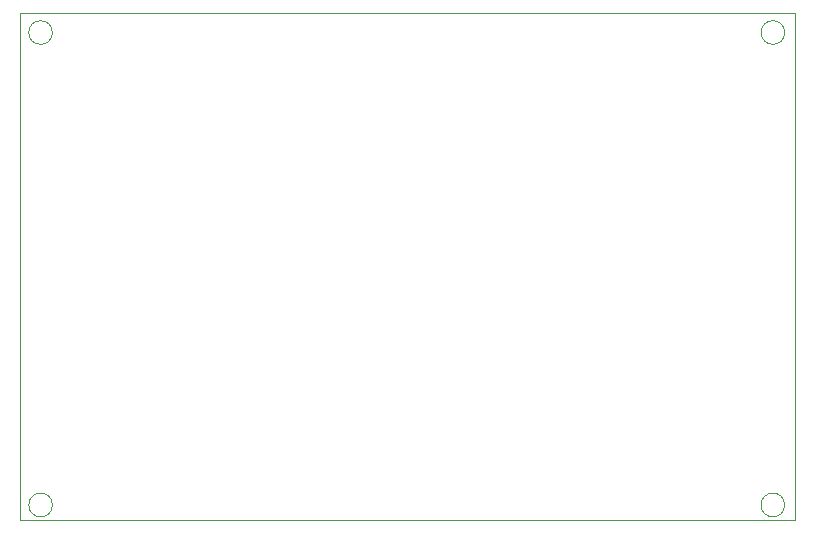
<source format=gbr>
%TF.GenerationSoftware,KiCad,Pcbnew,7.0.1*%
%TF.CreationDate,2023-04-20T23:02:29+02:00*%
%TF.ProjectId,Motordinges,4d6f746f-7264-4696-9e67-65732e6b6963,rev?*%
%TF.SameCoordinates,Original*%
%TF.FileFunction,Profile,NP*%
%FSLAX46Y46*%
G04 Gerber Fmt 4.6, Leading zero omitted, Abs format (unit mm)*
G04 Created by KiCad (PCBNEW 7.0.1) date 2023-04-20 23:02:29*
%MOMM*%
%LPD*%
G01*
G04 APERTURE LIST*
%TA.AperFunction,Profile*%
%ADD10C,0.100000*%
%TD*%
G04 APERTURE END LIST*
D10*
X143000000Y-78000000D02*
G75*
G03*
X143000000Y-78000000I-1000000J0D01*
G01*
X143000000Y-38000000D02*
G75*
G03*
X143000000Y-38000000I-1000000J0D01*
G01*
X81000000Y-78000000D02*
G75*
G03*
X81000000Y-78000000I-1000000J0D01*
G01*
X81000000Y-38000000D02*
G75*
G03*
X81000000Y-38000000I-1000000J0D01*
G01*
X78257400Y-36347400D02*
X143891000Y-36347400D01*
X143891000Y-79248000D01*
X78257400Y-79248000D01*
X78257400Y-36347400D01*
M02*

</source>
